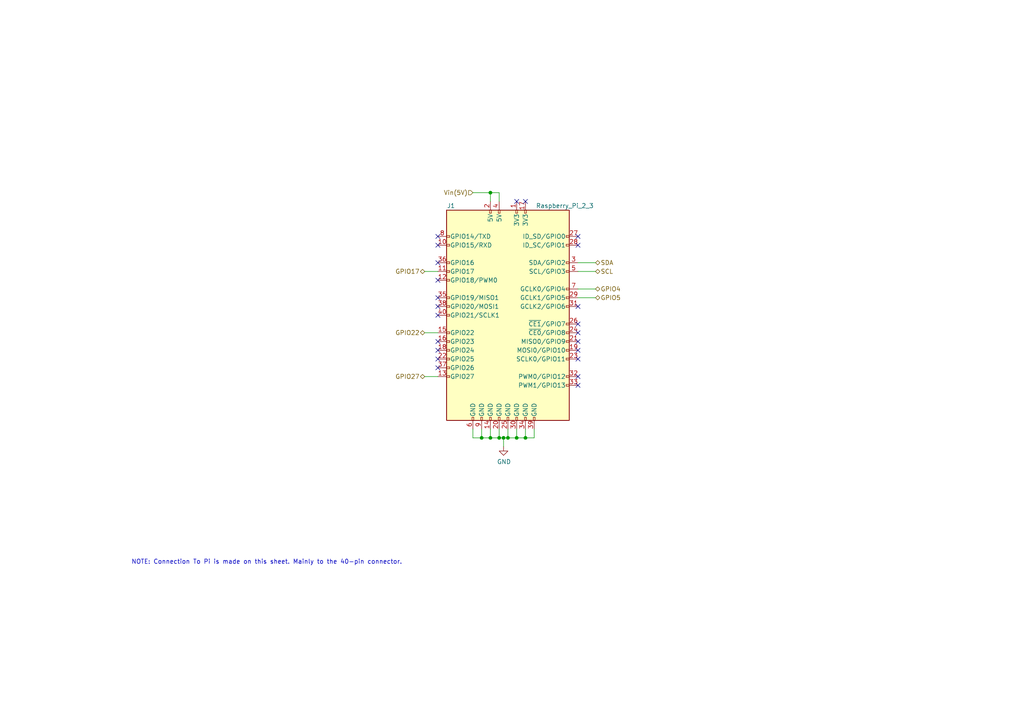
<source format=kicad_sch>
(kicad_sch (version 20210126) (generator eeschema)
  (paper "A4")
  (title_block (title "SuperPower-Leto") (date "2021-01-28") (rev "0.1") (company "SuperPower Team") (comment 1 "Drawn By: Seth Kazarians"))
  (lib_symbols
    (symbol "Connector:Raspberry_Pi_2_3" (pin_names (offset 1.016))
      (property "Reference" "J" (at -17.78 31.75 0))
      (property "Value" "Raspberry_Pi_2_3" (at 10.16 -31.75 0))
      (symbol "Raspberry_Pi_2_3_0_1"
        (rectangle (start -17.78 30.48) (end 17.78 -30.48) (stroke (width 0.254)) (fill (type background)))
      )
      (symbol "Raspberry_Pi_2_3_1_1"
        (rectangle (start -16.891 -17.526) (end -17.78 -18.034))
        (rectangle (start -16.891 -14.986) (end -17.78 -15.494))
        (rectangle (start -16.891 -12.446) (end -17.78 -12.954))
        (rectangle (start -16.891 -9.906) (end -17.78 -10.414))
        (rectangle (start -16.891 -7.366) (end -17.78 -7.874))
        (rectangle (start -16.891 -4.826) (end -17.78 -5.334))
        (rectangle (start -16.891 0.254) (end -17.78 -0.254))
        (rectangle (start -16.891 2.794) (end -17.78 2.286))
        (rectangle (start -16.891 5.334) (end -17.78 4.826))
        (rectangle (start -16.891 10.414) (end -17.78 9.906))
        (rectangle (start -16.891 12.954) (end -17.78 12.446))
        (rectangle (start -16.891 15.494) (end -17.78 14.986))
        (rectangle (start -16.891 20.574) (end -17.78 20.066))
        (rectangle (start -16.891 23.114) (end -17.78 22.606))
        (rectangle (start -10.414 -29.591) (end -9.906 -30.48))
        (rectangle (start -7.874 -29.591) (end -7.366 -30.48))
        (rectangle (start -5.334 -29.591) (end -4.826 -30.48))
        (rectangle (start -5.334 30.48) (end -4.826 29.591))
        (rectangle (start -2.794 -29.591) (end -2.286 -30.48))
        (rectangle (start -2.794 30.48) (end -2.286 29.591))
        (rectangle (start -0.254 -29.591) (end 0.254 -30.48))
        (rectangle (start 2.286 -29.591) (end 2.794 -30.48))
        (rectangle (start 2.286 30.48) (end 2.794 29.591))
        (rectangle (start 4.826 -29.591) (end 5.334 -30.48))
        (rectangle (start 4.826 30.48) (end 5.334 29.591))
        (rectangle (start 7.366 -29.591) (end 7.874 -30.48))
        (rectangle (start 17.78 -20.066) (end 16.891 -20.574))
        (rectangle (start 17.78 -17.526) (end 16.891 -18.034))
        (rectangle (start 17.78 -12.446) (end 16.891 -12.954))
        (rectangle (start 17.78 -9.906) (end 16.891 -10.414))
        (rectangle (start 17.78 -7.366) (end 16.891 -7.874))
        (rectangle (start 17.78 -4.826) (end 16.891 -5.334))
        (rectangle (start 17.78 -2.286) (end 16.891 -2.794))
        (rectangle (start 17.78 2.794) (end 16.891 2.286))
        (rectangle (start 17.78 5.334) (end 16.891 4.826))
        (rectangle (start 17.78 7.874) (end 16.891 7.366))
        (rectangle (start 17.78 12.954) (end 16.891 12.446))
        (rectangle (start 17.78 15.494) (end 16.891 14.986))
        (rectangle (start 17.78 20.574) (end 16.891 20.066))
        (rectangle (start 17.78 23.114) (end 16.891 22.606))
        (pin power_in line (at 2.54 33.02 270) (length 2.54) (name "3V3") (number "1"))
        (pin bidirectional line (at -20.32 20.32 0) (length 2.54) (name "GPIO15/RXD") (number "10"))
        (pin bidirectional line (at -20.32 12.7 0) (length 2.54) (name "GPIO17") (number "11"))
        (pin bidirectional line (at -20.32 10.16 0) (length 2.54) (name "GPIO18/PWM0") (number "12"))
        (pin bidirectional line (at -20.32 -17.78 0) (length 2.54) (name "GPIO27") (number "13"))
        (pin power_in line (at -5.08 -33.02 90) (length 2.54) (name "GND") (number "14"))
        (pin bidirectional line (at -20.32 -5.08 0) (length 2.54) (name "GPIO22") (number "15"))
        (pin bidirectional line (at -20.32 -7.62 0) (length 2.54) (name "GPIO23") (number "16"))
        (pin power_in line (at 5.08 33.02 270) (length 2.54) (name "3V3") (number "17"))
        (pin bidirectional line (at -20.32 -10.16 0) (length 2.54) (name "GPIO24") (number "18"))
        (pin bidirectional line (at 20.32 -10.16 180) (length 2.54) (name "MOSI0/GPIO10") (number "19"))
        (pin power_in line (at -5.08 33.02 270) (length 2.54) (name "5V") (number "2"))
        (pin power_in line (at -2.54 -33.02 90) (length 2.54) (name "GND") (number "20"))
        (pin bidirectional line (at 20.32 -7.62 180) (length 2.54) (name "MISO0/GPIO9") (number "21"))
        (pin bidirectional line (at -20.32 -12.7 0) (length 2.54) (name "GPIO25") (number "22"))
        (pin bidirectional line (at 20.32 -12.7 180) (length 2.54) (name "SCLK0/GPIO11") (number "23"))
        (pin bidirectional line (at 20.32 -5.08 180) (length 2.54) (name "~CE0~/GPIO8") (number "24"))
        (pin power_in line (at 0 -33.02 90) (length 2.54) (name "GND") (number "25"))
        (pin bidirectional line (at 20.32 -2.54 180) (length 2.54) (name "~CE1~/GPIO7") (number "26"))
        (pin bidirectional line (at 20.32 22.86 180) (length 2.54) (name "ID_SD/GPIO0") (number "27"))
        (pin bidirectional line (at 20.32 20.32 180) (length 2.54) (name "ID_SC/GPIO1") (number "28"))
        (pin bidirectional line (at 20.32 5.08 180) (length 2.54) (name "GCLK1/GPIO5") (number "29"))
        (pin bidirectional line (at 20.32 15.24 180) (length 2.54) (name "SDA/GPIO2") (number "3"))
        (pin power_in line (at 2.54 -33.02 90) (length 2.54) (name "GND") (number "30"))
        (pin bidirectional line (at 20.32 2.54 180) (length 2.54) (name "GCLK2/GPIO6") (number "31"))
        (pin bidirectional line (at 20.32 -17.78 180) (length 2.54) (name "PWM0/GPIO12") (number "32"))
        (pin bidirectional line (at 20.32 -20.32 180) (length 2.54) (name "PWM1/GPIO13") (number "33"))
        (pin power_in line (at 5.08 -33.02 90) (length 2.54) (name "GND") (number "34"))
        (pin bidirectional line (at -20.32 5.08 0) (length 2.54) (name "GPIO19/MISO1") (number "35"))
        (pin bidirectional line (at -20.32 15.24 0) (length 2.54) (name "GPIO16") (number "36"))
        (pin bidirectional line (at -20.32 -15.24 0) (length 2.54) (name "GPIO26") (number "37"))
        (pin bidirectional line (at -20.32 2.54 0) (length 2.54) (name "GPIO20/MOSI1") (number "38"))
        (pin power_in line (at 7.62 -33.02 90) (length 2.54) (name "GND") (number "39"))
        (pin power_in line (at -2.54 33.02 270) (length 2.54) (name "5V") (number "4"))
        (pin bidirectional line (at -20.32 0 0) (length 2.54) (name "GPIO21/SCLK1") (number "40"))
        (pin bidirectional line (at 20.32 12.7 180) (length 2.54) (name "SCL/GPIO3") (number "5"))
        (pin power_in line (at -10.16 -33.02 90) (length 2.54) (name "GND") (number "6"))
        (pin bidirectional line (at 20.32 7.62 180) (length 2.54) (name "GCLK0/GPIO4") (number "7"))
        (pin bidirectional line (at -20.32 22.86 0) (length 2.54) (name "GPIO14/TXD") (number "8"))
        (pin power_in line (at -7.62 -33.02 90) (length 2.54) (name "GND") (number "9"))
      )
    )
    (symbol "power:GND" (power) (pin_names (offset 0))
      (property "Value" "GND" (at 0 -3.81 0))
      (symbol "GND_0_1"
        (polyline (pts (xy 0 0) (xy 0 -1.27) (xy 1.27 -1.27) (xy 0 -2.54) (xy -1.27 -1.27) (xy 0 -1.27)))
      )
      (symbol "GND_1_1"
        (pin power_in line (at 0 0 270) (length 0) hide (name "GND") (number "1"))
      )
    )
  )
  (junction (at 139.7 127) (diameter 0.9144))
  (junction (at 142.24 55.88) (diameter 0.9144))
  (junction (at 142.24 127) (diameter 0.9144))
  (junction (at 144.78 127) (diameter 0.9144))
  (junction (at 146.05 127) (diameter 0.9144))
  (junction (at 147.32 127) (diameter 0.9144))
  (junction (at 149.86 127) (diameter 0.9144))
  (junction (at 152.4 127) (diameter 0.9144))
  (no_connect (at 127 68.58))
  (no_connect (at 127 71.12))
  (no_connect (at 127 76.2))
  (no_connect (at 127 81.28))
  (no_connect (at 127 86.36))
  (no_connect (at 127 88.9))
  (no_connect (at 127 91.44))
  (no_connect (at 127 99.06))
  (no_connect (at 127 101.6))
  (no_connect (at 127 104.14))
  (no_connect (at 127 106.68))
  (no_connect (at 149.86 58.42))
  (no_connect (at 152.4 58.42))
  (no_connect (at 167.64 68.58))
  (no_connect (at 167.64 71.12))
  (no_connect (at 167.64 88.9))
  (no_connect (at 167.64 93.98))
  (no_connect (at 167.64 96.52))
  (no_connect (at 167.64 99.06))
  (no_connect (at 167.64 101.6))
  (no_connect (at 167.64 104.14))
  (no_connect (at 167.64 109.22))
  (no_connect (at 167.64 111.76))
  (wire (pts (xy 123.19 78.74) (xy 127 78.74)))
  (wire (pts (xy 123.19 96.52) (xy 127 96.52)))
  (wire (pts (xy 123.19 109.22) (xy 127 109.22)))
  (wire (pts (xy 137.16 124.46) (xy 137.16 127)))
  (wire (pts (xy 137.16 127) (xy 139.7 127)))
  (wire (pts (xy 139.7 124.46) (xy 139.7 127)))
  (wire (pts (xy 139.7 127) (xy 142.24 127)))
  (wire (pts (xy 142.24 55.88) (xy 137.16 55.88)))
  (wire (pts (xy 142.24 58.42) (xy 142.24 55.88)))
  (wire (pts (xy 142.24 124.46) (xy 142.24 127)))
  (wire (pts (xy 142.24 127) (xy 144.78 127)))
  (wire (pts (xy 144.78 55.88) (xy 142.24 55.88)))
  (wire (pts (xy 144.78 58.42) (xy 144.78 55.88)))
  (wire (pts (xy 144.78 124.46) (xy 144.78 127)))
  (wire (pts (xy 144.78 127) (xy 146.05 127)))
  (wire (pts (xy 146.05 127) (xy 147.32 127)))
  (wire (pts (xy 146.05 129.54) (xy 146.05 127)))
  (wire (pts (xy 147.32 124.46) (xy 147.32 127)))
  (wire (pts (xy 147.32 127) (xy 149.86 127)))
  (wire (pts (xy 149.86 124.46) (xy 149.86 127)))
  (wire (pts (xy 149.86 127) (xy 152.4 127)))
  (wire (pts (xy 152.4 124.46) (xy 152.4 127)))
  (wire (pts (xy 152.4 127) (xy 154.94 127)))
  (wire (pts (xy 154.94 127) (xy 154.94 124.46)))
  (wire (pts (xy 167.64 76.2) (xy 172.72 76.2)))
  (wire (pts (xy 172.72 78.74) (xy 167.64 78.74)))
  (wire (pts (xy 172.72 83.82) (xy 167.64 83.82)))
  (wire (pts (xy 172.72 86.36) (xy 167.64 86.36)))
  (text "NOTE: Connection To Pi is made on this sheet. Mainly to the 40-pin connector." (at 38.1 163.83 0) (effects (font (size 1.27 1.27)) (justify left bottom)))
  (hierarchical_label "GPIO17" (shape bidirectional) (at 123.19 78.74 180))
  (hierarchical_label "GPIO22" (shape bidirectional) (at 123.19 96.52 180))
  (hierarchical_label "GPIO27" (shape bidirectional) (at 123.19 109.22 180))
  (hierarchical_label "Vin(5V)" (shape input) (at 137.16 55.88 180))
  (hierarchical_label "SDA" (shape bidirectional) (at 172.72 76.2 0))
  (hierarchical_label "SCL" (shape bidirectional) (at 172.72 78.74 0))
  (hierarchical_label "GPIO4" (shape bidirectional) (at 172.72 83.82 0))
  (hierarchical_label "GPIO5" (shape bidirectional) (at 172.72 86.36 0))
  (symbol (lib_id "power:GND") (at 146.05 129.54 0) (unit 1)
    (property "Reference" "#PWR09" (effects hide))
    (property "Value" "GND" (at 146.177 133.9342 0))
  )
  (symbol (lib_id "Connector:Raspberry_Pi_2_3") (at 147.32 91.44 0) (unit 1)
    (property "Reference" "J1" (at 130.81 59.69 0))
    (property "Value" "Raspberry_Pi_2_3" (at 163.83 59.69 0))
    (property "Footprint" "SuperPower-RPi-KiCAD:PinSocket_2x20_P2.54mm_Vertical_With_Pogo" (effects hide))
    (property "Datasheet" "https://www.raspberrypi.org/documentation/hardware/raspberrypi/schematics/rpi_SCH_3bplus_1p0_reduced.pdf" (effects hide))
    (property "Mfg" "DNP" (effects hide))
  )
)
</source>
